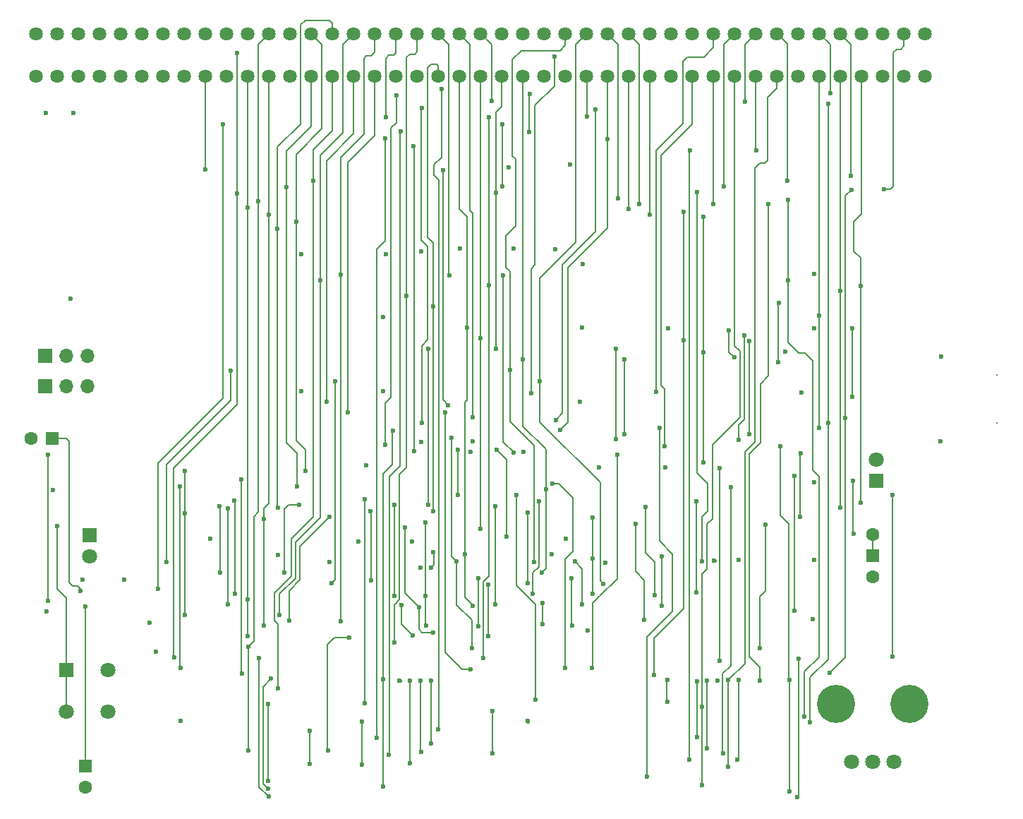
<source format=gbr>
%TF.GenerationSoftware,KiCad,Pcbnew,9.0.4*%
%TF.CreationDate,2025-10-05T19:10:15+02:00*%
%TF.ProjectId,DeMoN_2.0_PLCC,44654d6f-4e5f-4322-9e30-5f504c43432e,rev?*%
%TF.SameCoordinates,Original*%
%TF.FileFunction,Copper,L4,Bot*%
%TF.FilePolarity,Positive*%
%FSLAX46Y46*%
G04 Gerber Fmt 4.6, Leading zero omitted, Abs format (unit mm)*
G04 Created by KiCad (PCBNEW 9.0.4) date 2025-10-05 19:10:15*
%MOMM*%
%LPD*%
G01*
G04 APERTURE LIST*
%TA.AperFunction,ComponentPad*%
%ADD10R,1.500000X1.500000*%
%TD*%
%TA.AperFunction,ComponentPad*%
%ADD11C,1.600000*%
%TD*%
%TA.AperFunction,ComponentPad*%
%ADD12R,1.600000X1.600000*%
%TD*%
%TA.AperFunction,ComponentPad*%
%ADD13R,1.800000X1.800000*%
%TD*%
%TA.AperFunction,ComponentPad*%
%ADD14C,1.800000*%
%TD*%
%TA.AperFunction,ComponentPad*%
%ADD15R,1.700000X1.700000*%
%TD*%
%TA.AperFunction,ComponentPad*%
%ADD16O,1.700000X1.700000*%
%TD*%
%TA.AperFunction,ComponentPad*%
%ADD17C,1.635000*%
%TD*%
%TA.AperFunction,ComponentPad*%
%ADD18C,4.575000*%
%TD*%
%TA.AperFunction,ComponentPad*%
%ADD19C,0.325000*%
%TD*%
%TA.AperFunction,ViaPad*%
%ADD20C,0.600000*%
%TD*%
%TA.AperFunction,Conductor*%
%ADD21C,0.200000*%
%TD*%
%TA.AperFunction,Conductor*%
%ADD22C,0.400000*%
%TD*%
G04 APERTURE END LIST*
D10*
%TO.P,SW2,1,B*%
%TO.N,Net-(D2-K)*%
X188500000Y-101690000D03*
D11*
%TO.P,SW2,2,C*%
%TO.N,GND*%
X188500000Y-104230000D03*
%TO.P,SW2,3,A*%
%TO.N,Net-(D2-K)*%
X188500000Y-99150000D03*
%TD*%
D12*
%TO.P,C1,1*%
%TO.N,Net-(U2-DIS)*%
X94000000Y-126944888D03*
D11*
%TO.P,C1,2*%
%TO.N,GND*%
X94000000Y-129444888D03*
%TD*%
D13*
%TO.P,D3,1,K*%
%TO.N,GND*%
X94450000Y-99225000D03*
D14*
%TO.P,D3,2,A*%
%TO.N,Net-(D3-A)*%
X94450000Y-101765000D03*
%TD*%
D15*
%TO.P,JP2,1,A*%
%TO.N,Net-(JP2-A)*%
X89128400Y-81342200D03*
D16*
%TO.P,JP2,2,C*%
%TO.N,Net-(JP2-C)*%
X91668400Y-81342200D03*
%TO.P,JP2,3,B*%
%TO.N,+5V*%
X94208400Y-81342200D03*
%TD*%
D13*
%TO.P,SW1,1,1*%
%TO.N,Net-(U1-I{slash}O_22)*%
X91677500Y-115377500D03*
D14*
%TO.P,SW1,2,2*%
%TO.N,GND*%
X96677500Y-115377500D03*
%TO.P,SW1,3,3*%
%TO.N,Net-(U1-I{slash}O_22)*%
X91677500Y-120377500D03*
%TO.P,SW1,4,4*%
%TO.N,GND*%
X96677500Y-120377500D03*
%TD*%
D17*
%TO.P,CN1,1,1*%
%TO.N,GND*%
X88060000Y-44200000D03*
%TO.P,CN1,2,2*%
X88060000Y-39120000D03*
%TO.P,CN1,3,3*%
X90600000Y-44200000D03*
%TO.P,CN1,4,4*%
X90600000Y-39120000D03*
%TO.P,CN1,5,5*%
%TO.N,unconnected-(CN1-Pad5)*%
X93140000Y-44200000D03*
%TO.P,CN1,6,6*%
%TO.N,+5V*%
X93140000Y-39120000D03*
%TO.P,CN1,7,7*%
%TO.N,unconnected-(CN1-Pad7)*%
X95680000Y-44200000D03*
%TO.P,CN1,8,8*%
%TO.N,unconnected-(CN1-Pad8)*%
X95680000Y-39120000D03*
%TO.P,CN1,9,9*%
%TO.N,unconnected-(CN1-Pad9)*%
X98220000Y-44200000D03*
%TO.P,CN1,10,10*%
%TO.N,unconnected-(CN1-Pad10)*%
X98220000Y-39120000D03*
%TO.P,CN1,11,11*%
%TO.N,unconnected-(CN1-Pad11)*%
X100760000Y-44200000D03*
%TO.P,CN1,12,12*%
%TO.N,unconnected-(CN1-Pad12)*%
X100760000Y-39120000D03*
%TO.P,CN1,13,13*%
%TO.N,unconnected-(CN1-Pad13)*%
X103300000Y-44200000D03*
%TO.P,CN1,14,14*%
%TO.N,unconnected-(CN1-Pad14)*%
X103300000Y-39120000D03*
%TO.P,CN1,15,15*%
%TO.N,unconnected-(CN1-Pad15)*%
X105840000Y-44200000D03*
%TO.P,CN1,16,16*%
%TO.N,unconnected-(CN1-Pad16)*%
X105840000Y-39120000D03*
%TO.P,CN1,17,17*%
%TO.N,/~{OVR}*%
X108380000Y-44200000D03*
%TO.P,CN1,18,18*%
%TO.N,unconnected-(CN1-Pad18)*%
X108380000Y-39120000D03*
%TO.P,CN1,19,19*%
%TO.N,unconnected-(CN1-Pad19)*%
X110920000Y-44200000D03*
%TO.P,CN1,20,20*%
%TO.N,unconnected-(CN1-Pad20)*%
X110920000Y-39120000D03*
%TO.P,CN1,21,21*%
%TO.N,/A5*%
X113460000Y-44200000D03*
%TO.P,CN1,22,22*%
%TO.N,unconnected-(CN1-Pad22)*%
X113460000Y-39120000D03*
%TO.P,CN1,23,23*%
%TO.N,/A6*%
X116000000Y-44200000D03*
%TO.P,CN1,24,24*%
%TO.N,/A4*%
X116000000Y-39120000D03*
%TO.P,CN1,25,25*%
%TO.N,unconnected-(CN1-Pad25)*%
X118540000Y-44200000D03*
%TO.P,CN1,26,26*%
%TO.N,/A3*%
X118540000Y-39120000D03*
%TO.P,CN1,27,27*%
%TO.N,/A2*%
X121080000Y-44200000D03*
%TO.P,CN1,28,28*%
%TO.N,/A7*%
X121080000Y-39120000D03*
%TO.P,CN1,29,29*%
%TO.N,/A1*%
X123620000Y-44200000D03*
%TO.P,CN1,30,30*%
%TO.N,/A8*%
X123620000Y-39120000D03*
%TO.P,CN1,31,31*%
%TO.N,/~{FC0}*%
X126160000Y-44200000D03*
%TO.P,CN1,32,32*%
%TO.N,/A9*%
X126160000Y-39120000D03*
%TO.P,CN1,33,33*%
%TO.N,/~{FC1}*%
X128700000Y-44200000D03*
%TO.P,CN1,34,34*%
%TO.N,/A10*%
X128700000Y-39120000D03*
%TO.P,CN1,35,35*%
%TO.N,unconnected-(CN1-Pad35)*%
X131240000Y-44200000D03*
%TO.P,CN1,36,36*%
%TO.N,/A11*%
X131240000Y-39120000D03*
%TO.P,CN1,37,37*%
%TO.N,unconnected-(CN1-Pad37)*%
X133780000Y-44200000D03*
%TO.P,CN1,38,38*%
%TO.N,/A12*%
X133780000Y-39120000D03*
%TO.P,CN1,39,39*%
%TO.N,/A13*%
X136320000Y-44200000D03*
%TO.P,CN1,40,40*%
%TO.N,/~{IPL0}*%
X136320000Y-39120000D03*
%TO.P,CN1,41,41*%
%TO.N,/A14*%
X138860000Y-44200000D03*
%TO.P,CN1,42,42*%
%TO.N,/~{IPL1}*%
X138860000Y-39120000D03*
%TO.P,CN1,43,43*%
%TO.N,/A15*%
X141400000Y-44200000D03*
%TO.P,CN1,44,44*%
%TO.N,/~{IPL2}*%
X141400000Y-39120000D03*
%TO.P,CN1,45,45*%
%TO.N,/A16*%
X143940000Y-44200000D03*
%TO.P,CN1,46,46*%
%TO.N,unconnected-(CN1-Pad46)*%
X143940000Y-39120000D03*
%TO.P,CN1,47,47*%
%TO.N,/A17*%
X146480000Y-44200000D03*
%TO.P,CN1,48,48*%
%TO.N,unconnected-(CN1-Pad48)*%
X146480000Y-39120000D03*
%TO.P,CN1,49,49*%
%TO.N,unconnected-(CN1-Pad49)*%
X149020000Y-44200000D03*
%TO.P,CN1,50,50*%
%TO.N,unconnected-(CN1-Pad50)*%
X149020000Y-39120000D03*
%TO.P,CN1,51,51*%
%TO.N,unconnected-(CN1-Pad51)*%
X151560000Y-44200000D03*
%TO.P,CN1,52,52*%
%TO.N,/A18*%
X151560000Y-39120000D03*
%TO.P,CN1,53,53*%
%TO.N,/~{RST}*%
X154100000Y-44200000D03*
%TO.P,CN1,54,54*%
%TO.N,/A19*%
X154100000Y-39120000D03*
%TO.P,CN1,55,55*%
%TO.N,/~{HLT}*%
X156640000Y-44200000D03*
%TO.P,CN1,56,56*%
%TO.N,/A20*%
X156640000Y-39120000D03*
%TO.P,CN1,57,57*%
%TO.N,/A22*%
X159180000Y-44200000D03*
%TO.P,CN1,58,58*%
%TO.N,/A21*%
X159180000Y-39120000D03*
%TO.P,CN1,59,59*%
%TO.N,/A23*%
X161720000Y-44200000D03*
%TO.P,CN1,60,60*%
%TO.N,unconnected-(CN1-Pad60)*%
X161720000Y-39120000D03*
%TO.P,CN1,61,61*%
%TO.N,unconnected-(CN1-Pad61)*%
X164260000Y-44200000D03*
%TO.P,CN1,62,62*%
%TO.N,unconnected-(CN1-Pad62)*%
X164260000Y-39120000D03*
%TO.P,CN1,63,63*%
%TO.N,/D15*%
X166800000Y-44200000D03*
%TO.P,CN1,64,64*%
%TO.N,unconnected-(CN1-Pad64)*%
X166800000Y-39120000D03*
%TO.P,CN1,65,65*%
%TO.N,/D14*%
X169340000Y-44200000D03*
%TO.P,CN1,66,66*%
%TO.N,/~{DTACK}*%
X169340000Y-39120000D03*
%TO.P,CN1,67,67*%
%TO.N,/D13*%
X171880000Y-44200000D03*
%TO.P,CN1,68,68*%
%TO.N,/R_W*%
X171880000Y-39120000D03*
%TO.P,CN1,69,69*%
%TO.N,/D12*%
X174420000Y-44200000D03*
%TO.P,CN1,70,70*%
%TO.N,/~{LDS}*%
X174420000Y-39120000D03*
%TO.P,CN1,71,71*%
%TO.N,/D11*%
X176960000Y-44200000D03*
%TO.P,CN1,72,72*%
%TO.N,/~{UDS}*%
X176960000Y-39120000D03*
%TO.P,CN1,73,73*%
%TO.N,GND*%
X179500000Y-44200000D03*
%TO.P,CN1,74,74*%
%TO.N,/~{AS}*%
X179500000Y-39120000D03*
%TO.P,CN1,75,75*%
%TO.N,/D0*%
X182040000Y-44200000D03*
%TO.P,CN1,76,76*%
%TO.N,/D10*%
X182040000Y-39120000D03*
%TO.P,CN1,77,77*%
%TO.N,/D1*%
X184580000Y-44200000D03*
%TO.P,CN1,78,78*%
%TO.N,/D9*%
X184580000Y-39120000D03*
%TO.P,CN1,79,79*%
%TO.N,/D2*%
X187120000Y-44200000D03*
%TO.P,CN1,80,80*%
%TO.N,/D8*%
X187120000Y-39120000D03*
%TO.P,CN1,81,81*%
%TO.N,/D3*%
X189660000Y-44200000D03*
%TO.P,CN1,82,82*%
%TO.N,/D7*%
X189660000Y-39120000D03*
%TO.P,CN1,83,83*%
%TO.N,/D4*%
X192200000Y-44200000D03*
%TO.P,CN1,84,84*%
%TO.N,/D6*%
X192200000Y-39120000D03*
%TO.P,CN1,85,85*%
%TO.N,unconnected-(CN1-Pad85)*%
X194740000Y-44200000D03*
%TO.P,CN1,86,86*%
%TO.N,/D5*%
X194740000Y-39120000D03*
%TD*%
D12*
%TO.P,C2,1*%
%TO.N,Net-(D1-K)*%
X89950000Y-87650000D03*
D11*
%TO.P,C2,2*%
%TO.N,GND*%
X87450000Y-87650000D03*
%TD*%
D13*
%TO.P,D2,1,K*%
%TO.N,Net-(D2-K)*%
X188850000Y-92700000D03*
D14*
%TO.P,D2,2,A*%
%TO.N,Net-(D2-A)*%
X188850000Y-90160000D03*
%TD*%
%TO.P,VR1,1,CCW*%
%TO.N,+5V*%
X185958400Y-126442200D03*
%TO.P,VR1,2,WIPER*%
X188458400Y-126442200D03*
%TO.P,VR1,3,CW*%
%TO.N,Net-(U2-DIS)*%
X190958400Y-126442200D03*
D18*
%TO.P,VR1,MH1,MH1*%
%TO.N,GND*%
X184058400Y-119442200D03*
%TO.P,VR1,MH2,MH2*%
X192858400Y-119442200D03*
%TD*%
D15*
%TO.P,JP1,1,A*%
%TO.N,Net-(JP1-A)*%
X89168400Y-77692200D03*
D16*
%TO.P,JP1,2,C*%
%TO.N,Net-(JP1-C)*%
X91708400Y-77692200D03*
%TO.P,JP1,3,B*%
%TO.N,+5V*%
X94248400Y-77692200D03*
%TD*%
D19*
%TO.P,J1,MH1*%
%TO.N,N/C*%
X203397000Y-85777200D03*
%TO.P,J1,MH2*%
X203397000Y-79997200D03*
%TD*%
D20*
%TO.N,/A5*%
X161033400Y-109417200D03*
X113458400Y-111367200D03*
X159998400Y-97902200D03*
X113460000Y-106912200D03*
X113460000Y-59942200D03*
%TO.N,/A8*%
X143183400Y-107567200D03*
X162258400Y-106442200D03*
X161183400Y-95812200D03*
X123298400Y-97067200D03*
X117038400Y-62512200D03*
X117050000Y-95902200D03*
X143198400Y-95792200D03*
X111058400Y-95982200D03*
X118408400Y-109517200D03*
X111058400Y-107542200D03*
%TO.N,/~{IPL2}*%
X142700000Y-47150000D03*
X155218500Y-48152200D03*
X150473400Y-85397200D03*
%TO.N,/A15*%
X147083400Y-105017200D03*
X147083400Y-96502200D03*
X141383400Y-75632200D03*
X141398400Y-98502200D03*
%TO.N,/~{OVR}*%
X108378400Y-55412200D03*
X136878400Y-55472200D03*
X137488400Y-83622200D03*
%TO.N,GND*%
X144798400Y-55152200D03*
X119898400Y-82002200D03*
X149928400Y-101532200D03*
X119898400Y-65502200D03*
X169438400Y-102252200D03*
X196698400Y-77777200D03*
X163598400Y-91102200D03*
X129738400Y-73102200D03*
X105398400Y-121502200D03*
X127668400Y-90842200D03*
X131683400Y-116642200D03*
X140238400Y-89282200D03*
X181298400Y-109302200D03*
X181438400Y-74392200D03*
X145328400Y-64842200D03*
X163898400Y-74402200D03*
X89198400Y-48602200D03*
X181398400Y-67902200D03*
X108998400Y-99702200D03*
X153328400Y-83252200D03*
X147025600Y-121525000D03*
X153638400Y-66742200D03*
X169833400Y-116667200D03*
X92178400Y-70852200D03*
X93598400Y-104602200D03*
X102398400Y-113202200D03*
X179935900Y-82152200D03*
X196548400Y-87977200D03*
X146578400Y-89242200D03*
X134268400Y-65192200D03*
X126698400Y-100002200D03*
%TO.N,+5V*%
X153558400Y-74362200D03*
X133198400Y-100002200D03*
X155598400Y-91114700D03*
X98598400Y-104602200D03*
X181400000Y-92850000D03*
X129698400Y-82002200D03*
X140458400Y-87942200D03*
X138958400Y-64862200D03*
X151598400Y-99702200D03*
X177968400Y-77192200D03*
X134198400Y-103162200D03*
X89298400Y-108402200D03*
X134278400Y-88042200D03*
X129998400Y-65502200D03*
X181400000Y-102200000D03*
X150388400Y-64922200D03*
X123233400Y-102492200D03*
X172333400Y-102222200D03*
X90050000Y-93802200D03*
X117098400Y-101602200D03*
X156350000Y-102517200D03*
X152098400Y-54800000D03*
X101700000Y-109700000D03*
X92498400Y-48602200D03*
%TO.N,/~{OE}*%
X140358400Y-112742200D03*
X175558400Y-97980727D03*
X138518400Y-102382200D03*
X174883400Y-112787200D03*
X137948400Y-87562200D03*
%TO.N,/A1*%
X117108400Y-117617200D03*
X121298400Y-56742200D03*
%TO.N,/A16*%
X167978400Y-102342200D03*
X167348400Y-58112200D03*
X143268400Y-58182200D03*
X131058400Y-95602200D03*
X135150000Y-76902200D03*
X119598400Y-95602200D03*
X143268400Y-76912200D03*
X131048400Y-106512200D03*
X117858400Y-103745000D03*
X135150000Y-95602200D03*
%TO.N,/A9*%
X148868400Y-109912200D03*
X131898400Y-107612200D03*
X133233400Y-111267935D03*
X148868400Y-107352200D03*
X117295246Y-108817489D03*
X122198400Y-68702200D03*
%TO.N,Net-(U2-DIS)*%
X94000000Y-107800000D03*
%TO.N,/~{FC0}*%
X122918400Y-83222200D03*
%TO.N,/A17*%
X110136200Y-103745000D03*
X148728400Y-103745000D03*
X179025000Y-108307200D03*
X149228400Y-93692200D03*
X110083400Y-95792200D03*
X179025000Y-92092200D03*
X146480000Y-78152200D03*
%TO.N,/A18*%
X103691200Y-102475000D03*
X144938400Y-79452200D03*
X147800000Y-102467200D03*
X111378400Y-79482200D03*
%TO.N,Net-(D1-K)*%
X93400000Y-105900000D03*
%TO.N,/A19*%
X123508400Y-105015000D03*
X148518400Y-80752200D03*
X123978400Y-80772200D03*
X156128400Y-105052200D03*
%TO.N,/A10*%
X152275000Y-104392200D03*
X124608400Y-109597200D03*
X141108400Y-110192200D03*
X152358400Y-110092200D03*
X141158400Y-104392200D03*
X124598400Y-68012200D03*
%TO.N,/~{FC1}*%
X125498400Y-84522200D03*
%TO.N,/A11*%
X142400000Y-69282200D03*
X116000735Y-130599265D03*
X114826098Y-113928965D03*
X179440600Y-130634400D03*
X130000000Y-49100000D03*
X142400000Y-49100000D03*
X141733400Y-114007200D03*
X179558400Y-114092200D03*
%TO.N,/A12*%
X132500000Y-70552200D03*
X131058400Y-112135590D03*
%TO.N,/~{DTACK}*%
X162438400Y-82042200D03*
%TO.N,/~{IPL0}*%
X137658400Y-68112200D03*
X145348400Y-89292200D03*
X144118400Y-68102200D03*
%TO.N,/~{RST}*%
X134318400Y-47982200D03*
X134338400Y-85772200D03*
X154150000Y-49050000D03*
%TO.N,/A13*%
X111900000Y-106267200D03*
X135750000Y-71822200D03*
X167268400Y-95172200D03*
X148383400Y-95132200D03*
X147688400Y-106282200D03*
X111868400Y-95112200D03*
X135750000Y-96400000D03*
X128225000Y-104642200D03*
X167258400Y-106067200D03*
X128208400Y-96400000D03*
%TO.N,/A20*%
X157900000Y-58842200D03*
%TO.N,/~{IPL1}*%
X140458400Y-85102200D03*
%TO.N,/A14*%
X153608400Y-107542200D03*
X139548400Y-101542200D03*
X140433400Y-107667200D03*
X152698400Y-102402200D03*
X139800000Y-74372200D03*
%TO.N,/~{HLT}*%
X156650000Y-51700000D03*
X150983400Y-86657200D03*
%TO.N,Net-(U7-3V3OUT)*%
X171848400Y-77892200D03*
X171228400Y-74672200D03*
%TO.N,Net-(D1-A)*%
X89450000Y-107150000D03*
X89508400Y-89600000D03*
%TO.N,/A21*%
X160448400Y-59532200D03*
%TO.N,/A22*%
X159178400Y-60132200D03*
%TO.N,Net-(D2-K)*%
X186148400Y-99100000D03*
X179798400Y-89402200D03*
X179758400Y-97042200D03*
X186098400Y-92712200D03*
%TO.N,/A23*%
X161720000Y-60772200D03*
%TO.N,/D15*%
X178450000Y-129962200D03*
X178450000Y-116600600D03*
X177408400Y-88542200D03*
X116257800Y-116442200D03*
X163500600Y-88592200D03*
X115900000Y-129650000D03*
%TO.N,/A3*%
X112188400Y-41432200D03*
X104625300Y-113925300D03*
X112188400Y-58282200D03*
%TO.N,/A4*%
X154258400Y-110692200D03*
X142333400Y-105142200D03*
X123058400Y-125092200D03*
X142336362Y-111317200D03*
X114748400Y-59152200D03*
X113533400Y-125067200D03*
X125608400Y-111492200D03*
X113533400Y-112642200D03*
%TO.N,/A6*%
X115400000Y-110067200D03*
X132338400Y-98342200D03*
X135750000Y-110899128D03*
X115400000Y-97292200D03*
X116000000Y-60802200D03*
X134008400Y-107842200D03*
%TO.N,/A7*%
X105950000Y-91550000D03*
X163133400Y-101742200D03*
X134808400Y-106542200D03*
X105950000Y-96632200D03*
X105950000Y-108817200D03*
X119248400Y-61612200D03*
X120398400Y-91550000D03*
X134808400Y-97742200D03*
X163150000Y-107707200D03*
X134833400Y-110042200D03*
%TO.N,/A2*%
X105350000Y-93417200D03*
X151548400Y-115162200D03*
X105407800Y-115167200D03*
X119358400Y-93417200D03*
X150008400Y-93052200D03*
X118098400Y-57502200D03*
%TO.N,/D14*%
X175968400Y-59562200D03*
X169340000Y-59560000D03*
X174908400Y-116692200D03*
%TO.N,/R_W*%
X102683400Y-105667200D03*
X135458400Y-103117200D03*
X110448400Y-49952200D03*
X143298400Y-88982200D03*
X144038400Y-57442200D03*
X144000000Y-49950000D03*
X154875000Y-102062200D03*
X135750000Y-101292200D03*
X144508400Y-99372200D03*
X154875000Y-97102200D03*
X170600000Y-57422200D03*
X154858400Y-106267200D03*
%TO.N,/D13*%
X115900000Y-119450000D03*
X167958400Y-119842200D03*
X115910000Y-128660000D03*
X167938400Y-129182200D03*
%TO.N,/~{LDS}*%
X173150000Y-47262200D03*
X131278400Y-46462200D03*
X129978400Y-88432200D03*
%TO.N,/D12*%
X172208400Y-126167200D03*
X127200000Y-126792200D03*
X166450000Y-126150000D03*
X166550000Y-53100000D03*
X172383400Y-116617200D03*
X174450000Y-53100000D03*
X127200000Y-121550000D03*
%TO.N,/~{UDS}*%
X133398400Y-89182200D03*
X178200000Y-56742200D03*
X133368400Y-52572200D03*
%TO.N,/D11*%
X171108400Y-126967200D03*
X120858400Y-126642200D03*
X171108400Y-116592200D03*
X120858400Y-122667200D03*
%TO.N,/~{AS}*%
X147468400Y-82212200D03*
X150258400Y-41822200D03*
%TO.N,/D3*%
X183138400Y-47472200D03*
X180958400Y-121650000D03*
X132933400Y-126592200D03*
X183100000Y-85742200D03*
X132933400Y-116717200D03*
%TO.N,/D10*%
X131778400Y-50842200D03*
X147248400Y-50932200D03*
X147348100Y-46301900D03*
X168583400Y-124767200D03*
X130408400Y-125592200D03*
X168583400Y-116692200D03*
X183400000Y-46200000D03*
%TO.N,/D8*%
X163808400Y-119217200D03*
X136333400Y-122542200D03*
X136733400Y-45717200D03*
X163783400Y-116592200D03*
%TO.N,/D0*%
X129698400Y-129382200D03*
X162848400Y-86342200D03*
X129683400Y-116542200D03*
X182040000Y-72892200D03*
X161378400Y-128202200D03*
X130848400Y-86742200D03*
X182050000Y-86350000D03*
%TO.N,/D4*%
X134233400Y-125192200D03*
X178300000Y-59050000D03*
X180275000Y-121000000D03*
X134208400Y-116717200D03*
X178300000Y-68702200D03*
%TO.N,/D9*%
X128958400Y-123542200D03*
X167358400Y-116767200D03*
X129948400Y-51642200D03*
X167358400Y-123442200D03*
X185850000Y-56132200D03*
%TO.N,/D2*%
X170483400Y-125392200D03*
X187000000Y-95375000D03*
X142783400Y-125392200D03*
X187000000Y-69342200D03*
X142783400Y-120292200D03*
X171450000Y-93475000D03*
%TO.N,/D7*%
X165798400Y-75884700D03*
X162228400Y-115967200D03*
X165798400Y-60432200D03*
%TO.N,/D6*%
X185180000Y-85152200D03*
X189800000Y-57750000D03*
X185900000Y-57800000D03*
X183333400Y-115717200D03*
%TO.N,/D1*%
X138698400Y-89002200D03*
X184550000Y-69942200D03*
X127498400Y-94902200D03*
X147958400Y-118992200D03*
X127505056Y-119402200D03*
X145683400Y-94417200D03*
X184550000Y-95942200D03*
X138698400Y-94402200D03*
%TO.N,/D5*%
X190848400Y-113832200D03*
X168098400Y-61092200D03*
X168178400Y-90492200D03*
X135458400Y-124192200D03*
X135458400Y-116717200D03*
X168098400Y-77284700D03*
X190848400Y-94372200D03*
%TO.N,Net-(U7-USBDM)*%
X177128400Y-78502200D03*
X177158400Y-71392200D03*
%TO.N,Net-(U1-I{slash}O_35)*%
X140183400Y-115292200D03*
X137150000Y-84473800D03*
%TO.N,Net-(U1-I{slash}O_37)*%
X154783400Y-115167200D03*
X157768400Y-89602200D03*
%TO.N,Net-(U1-I{slash}O_36)*%
X170050000Y-91172200D03*
X170050000Y-114302200D03*
%TO.N,/DN*%
X185988400Y-74392200D03*
X185988400Y-82652200D03*
%TO.N,/FT_TXE*%
X173668400Y-87102200D03*
X158638400Y-78172200D03*
X173681000Y-75952200D03*
X158638400Y-87112200D03*
%TO.N,/FT_RXF*%
X172378400Y-87772200D03*
X157598400Y-76902200D03*
X173078400Y-75314700D03*
X157598400Y-87732200D03*
%TO.N,Net-(U1-I{slash}O_22)*%
X90600000Y-98100000D03*
%TO.N,Net-(U1-I{slash}O_23)*%
X112700000Y-92542200D03*
X112758400Y-115792200D03*
%TD*%
D21*
%TO.N,/A5*%
X113460000Y-59942200D02*
X113460000Y-44200000D01*
X161058400Y-104617200D02*
X161058400Y-109292200D01*
X161033400Y-109417200D02*
X161058400Y-109392200D01*
X113458400Y-111212200D02*
X113460000Y-111210600D01*
X161058400Y-109392200D02*
X161058400Y-109292200D01*
X113458400Y-111367200D02*
X113458400Y-111212200D01*
X161058400Y-109292200D02*
X161058400Y-109092200D01*
X113460000Y-106912200D02*
X113460000Y-59942200D01*
X113460000Y-111210600D02*
X113460000Y-106912200D01*
X159998400Y-103557200D02*
X161058400Y-104617200D01*
X159998400Y-97902200D02*
X159998400Y-103557200D01*
%TO.N,/A8*%
X117038400Y-62512200D02*
X117038400Y-95890600D01*
X111050000Y-95990600D02*
X111050000Y-107533800D01*
X162260000Y-106440600D02*
X162258400Y-106442200D01*
X118408400Y-105892200D02*
X118408400Y-109517200D01*
X119808400Y-49942200D02*
X119808400Y-38041600D01*
X143198400Y-95792200D02*
X143183400Y-95807200D01*
X111058400Y-95982200D02*
X111050000Y-95990600D01*
X123620000Y-37820000D02*
X123620000Y-39120000D01*
X162260000Y-102433800D02*
X162260000Y-106440600D01*
X123298400Y-97067200D02*
X119733400Y-100632200D01*
X117038400Y-95890600D02*
X117050000Y-95902200D01*
X119808400Y-38041600D02*
X120350000Y-37500000D01*
X117038400Y-52712200D02*
X119808400Y-49942200D01*
X161183400Y-95812200D02*
X161183400Y-101357200D01*
X117038400Y-62512200D02*
X117038400Y-52712200D01*
X161183400Y-101357200D02*
X162260000Y-102433800D01*
X119733400Y-104567200D02*
X118408400Y-105892200D01*
X123300000Y-37500000D02*
X123620000Y-37820000D01*
X111050000Y-107533800D02*
X111058400Y-107542200D01*
X120350000Y-37500000D02*
X123300000Y-37500000D01*
X143183400Y-95807200D02*
X143183400Y-107567200D01*
X119733400Y-100632200D02*
X119733400Y-104567200D01*
%TO.N,/~{IPL2}*%
X142700000Y-47150000D02*
X142700000Y-40420000D01*
X142700000Y-40420000D02*
X141400000Y-39120000D01*
X151238400Y-66802200D02*
X155218500Y-62822100D01*
X151238400Y-84632200D02*
X151238400Y-66802200D01*
X150473400Y-85397200D02*
X151238400Y-84632200D01*
X155218500Y-62822100D02*
X155218500Y-48152200D01*
%TO.N,/A15*%
X141383400Y-75632200D02*
X141383400Y-44216600D01*
X141398400Y-98502200D02*
X141383400Y-98487200D01*
X141383400Y-98487200D02*
X141383400Y-75632200D01*
X141383400Y-44216600D02*
X141400000Y-44200000D01*
X147083400Y-96502200D02*
X147083400Y-105017200D01*
%TO.N,/~{OVR}*%
X108378400Y-55412200D02*
X108378400Y-50685400D01*
X136878400Y-55472200D02*
X136878400Y-59412200D01*
X136878400Y-83012200D02*
X137488400Y-83622200D01*
X136878400Y-59412200D02*
X136878400Y-83012200D01*
X108378400Y-50685400D02*
X108380000Y-50683800D01*
X108380000Y-50683800D02*
X108380000Y-44200000D01*
D22*
%TO.N,GND*%
X131683400Y-116642200D02*
X131695165Y-116653965D01*
X147025600Y-121525000D02*
X147058400Y-121557800D01*
X169438400Y-102252200D02*
X169458400Y-102272200D01*
%TO.N,+5V*%
X188550000Y-126350600D02*
X188458400Y-126442200D01*
D21*
%TO.N,/~{OE}*%
X175558400Y-105902200D02*
X174883400Y-106577200D01*
X138518400Y-102382200D02*
X138518400Y-107577200D01*
X174883400Y-106577200D02*
X174883400Y-112787200D01*
X137948400Y-87562200D02*
X137948400Y-101812200D01*
X138518400Y-107577200D02*
X140358400Y-109417200D01*
X140358400Y-109417200D02*
X140358400Y-112742200D01*
X137948400Y-101812200D02*
X138518400Y-102382200D01*
X175558400Y-97980727D02*
X175558400Y-105902200D01*
%TO.N,/A1*%
X121298400Y-56742200D02*
X121298400Y-53042200D01*
X117125000Y-109900000D02*
X117125000Y-117600600D01*
X123620000Y-50720600D02*
X123620000Y-44200000D01*
X121298400Y-53042200D02*
X123620000Y-50720600D01*
X116675000Y-109450000D02*
X117125000Y-109900000D01*
X117125000Y-117600600D02*
X117108400Y-117617200D01*
X121298400Y-56742200D02*
X121298400Y-97077200D01*
X121298400Y-97077200D02*
X118733400Y-99642200D01*
X116675000Y-106175600D02*
X116675000Y-109450000D01*
X118733400Y-99642200D02*
X118733400Y-104117200D01*
X118733400Y-104117200D02*
X116675000Y-106175600D01*
%TO.N,/A16*%
X135150000Y-95602200D02*
X135150000Y-76902200D01*
X131058400Y-95602200D02*
X131058400Y-106502200D01*
X167978400Y-97012200D02*
X167978400Y-102342200D01*
X167350000Y-59463800D02*
X167350000Y-91783800D01*
X118383400Y-95602200D02*
X117858400Y-96127200D01*
X168608400Y-96382200D02*
X167978400Y-97012200D01*
X143950000Y-47850000D02*
X143940000Y-47840000D01*
X167350000Y-91783800D02*
X168608400Y-93042200D01*
X168608400Y-93042200D02*
X168608400Y-96382200D01*
X167348400Y-59462200D02*
X167350000Y-59463800D01*
X143268400Y-58182200D02*
X143268400Y-76912200D01*
X143940000Y-47840000D02*
X143940000Y-44200000D01*
X131058400Y-106502200D02*
X131048400Y-106512200D01*
X143268400Y-58182200D02*
X143250000Y-58163800D01*
X117858400Y-96127200D02*
X117858400Y-103745000D01*
X167348400Y-58112200D02*
X167348400Y-59462200D01*
X143250000Y-48550000D02*
X143950000Y-47850000D01*
X143250000Y-58163800D02*
X143250000Y-48550000D01*
X119598400Y-95602200D02*
X118383400Y-95602200D01*
%TO.N,/A9*%
X117275000Y-108797243D02*
X117295246Y-108817489D01*
X119208400Y-104367200D02*
X117275000Y-106300600D01*
X133233400Y-111267935D02*
X133258400Y-111242935D01*
X124898400Y-50962200D02*
X124898400Y-40381600D01*
X122198400Y-68702200D02*
X122198400Y-97127200D01*
X119208400Y-100117200D02*
X119208400Y-104367200D01*
X117275000Y-106300600D02*
X117275000Y-108797243D01*
X124898400Y-40381600D02*
X126160000Y-39120000D01*
X122198400Y-68702200D02*
X122198400Y-53662200D01*
X148868400Y-107352200D02*
X148868400Y-109912200D01*
X131898400Y-109932935D02*
X133233400Y-111267935D01*
X122198400Y-53662200D02*
X124898400Y-50962200D01*
X122198400Y-97127200D02*
X119208400Y-100117200D01*
X131898400Y-107612200D02*
X131898400Y-109932935D01*
%TO.N,Net-(U2-DIS)*%
X94000000Y-107800000D02*
X94000000Y-127044888D01*
%TO.N,/~{FC0}*%
X122918400Y-54322200D02*
X126158400Y-51082200D01*
X126158400Y-51082200D02*
X126158400Y-44201600D01*
X126158400Y-44201600D02*
X126160000Y-44200000D01*
X126160000Y-44200000D02*
X125700000Y-44660000D01*
X122918400Y-83222200D02*
X122918400Y-54322200D01*
%TO.N,/A17*%
X110108400Y-95817200D02*
X110108400Y-103717200D01*
X110108400Y-103717200D02*
X110136200Y-103745000D01*
X146480000Y-44200000D02*
X146480000Y-78152200D01*
X149228400Y-103245000D02*
X149228400Y-93692200D01*
X148728400Y-103745000D02*
X149228400Y-103245000D01*
X146480000Y-78152200D02*
X146480000Y-86173800D01*
X110083400Y-95792200D02*
X110108400Y-95817200D01*
X179025000Y-108307200D02*
X179025000Y-92092200D01*
X149228400Y-88922200D02*
X149228400Y-93692200D01*
X146480000Y-86173800D02*
X149228400Y-88922200D01*
%TO.N,/A18*%
X147783400Y-88457200D02*
X147783400Y-102450600D01*
X145198400Y-42202200D02*
X146278400Y-41122200D01*
X151560000Y-40520600D02*
X151560000Y-39120000D01*
X103683400Y-102467200D02*
X103691200Y-102475000D01*
X144448400Y-63302200D02*
X145578400Y-62172200D01*
X111398400Y-83092200D02*
X103691200Y-90799400D01*
X145578400Y-62172200D02*
X145578400Y-55482200D01*
X111378400Y-79482200D02*
X111378400Y-79622200D01*
X144938400Y-79452200D02*
X144938400Y-67602200D01*
X150958400Y-41122200D02*
X151560000Y-40520600D01*
X103691200Y-102475000D02*
X103683400Y-102482800D01*
X103691200Y-90799400D02*
X103691200Y-102475000D01*
X144938400Y-85612200D02*
X147783400Y-88457200D01*
X144938400Y-67602200D02*
X144448400Y-67112200D01*
X145198400Y-53772200D02*
X145198400Y-42202200D01*
X144448400Y-67112200D02*
X144448400Y-63302200D01*
X145578400Y-55482200D02*
X145578400Y-54152200D01*
X145578400Y-54152200D02*
X145198400Y-53772200D01*
X111378400Y-79622200D02*
X111398400Y-79642200D01*
X147783400Y-102450600D02*
X147800000Y-102467200D01*
X146278400Y-41122200D02*
X150958400Y-41122200D01*
X144938400Y-79452200D02*
X144938400Y-85612200D01*
X111398400Y-79642200D02*
X111398400Y-83092200D01*
%TO.N,Net-(D1-K)*%
X92450000Y-105350000D02*
X92000000Y-104900000D01*
X93050000Y-105350000D02*
X92450000Y-105350000D01*
X93400000Y-105700000D02*
X93050000Y-105350000D01*
X93400000Y-105900000D02*
X93400000Y-105700000D01*
X92000000Y-104900000D02*
X92000000Y-87950000D01*
X92000000Y-87950000D02*
X91700000Y-87650000D01*
X91700000Y-87650000D02*
X89950000Y-87650000D01*
%TO.N,/A19*%
X123983400Y-90567200D02*
X123983400Y-104540000D01*
X148518400Y-80752200D02*
X148518400Y-85652200D01*
X148498400Y-80732200D02*
X148498400Y-68392200D01*
X155749000Y-104672800D02*
X156128400Y-105052200D01*
X148518400Y-80752200D02*
X148498400Y-80732200D01*
X148498400Y-68392200D02*
X152818400Y-64072200D01*
X123978400Y-90562200D02*
X123983400Y-90567200D01*
X123978400Y-80772200D02*
X123978400Y-90562200D01*
X155749000Y-92882800D02*
X155749000Y-104672800D01*
X123983400Y-104540000D02*
X123508400Y-105015000D01*
X148518400Y-85652200D02*
X155749000Y-92882800D01*
X152818400Y-40401600D02*
X154100000Y-39120000D01*
X152818400Y-64072200D02*
X152818400Y-40401600D01*
%TO.N,/A10*%
X152275000Y-110008800D02*
X152358400Y-110092200D01*
X128300000Y-41750000D02*
X128700000Y-41350000D01*
X127400000Y-51150600D02*
X127400000Y-42050000D01*
X141108400Y-104442200D02*
X141108400Y-110192200D01*
X124598400Y-68112200D02*
X124608400Y-68122200D01*
X124598400Y-68012200D02*
X124598400Y-53952200D01*
X128700000Y-41350000D02*
X128700000Y-39120000D01*
X124598400Y-68012200D02*
X124598400Y-68112200D01*
X124608400Y-68122200D02*
X124608400Y-109597200D01*
X124598400Y-53952200D02*
X127400000Y-51150600D01*
X127400000Y-42050000D02*
X127700000Y-41750000D01*
X127700000Y-41750000D02*
X128300000Y-41750000D01*
X141158400Y-104392200D02*
X141108400Y-104442200D01*
X152275000Y-104392200D02*
X152275000Y-110008800D01*
%TO.N,/~{FC1}*%
X128700000Y-51290600D02*
X128700000Y-44200000D01*
X125488400Y-84512200D02*
X125488400Y-54502200D01*
X125498400Y-84522200D02*
X125488400Y-84512200D01*
X125488400Y-54502200D02*
X128700000Y-51290600D01*
%TO.N,/A11*%
X114826098Y-113928965D02*
X114825000Y-113930063D01*
X179550000Y-130525000D02*
X179550000Y-114100600D01*
X179550000Y-114100600D02*
X179558400Y-114092200D01*
X179440600Y-130634400D02*
X179550000Y-130525000D01*
X141733400Y-114007200D02*
X141733400Y-104792200D01*
X131240000Y-39120000D02*
X131240000Y-41410000D01*
X130950000Y-41700000D02*
X130362500Y-41700000D01*
X131240000Y-41410000D02*
X130950000Y-41700000D01*
X130000000Y-42062500D02*
X130000000Y-49100000D01*
X142400000Y-104125600D02*
X142400000Y-69282200D01*
X114825000Y-129423530D02*
X116000735Y-130599265D01*
X114825000Y-113930063D02*
X114825000Y-129423530D01*
X142400000Y-69282200D02*
X142400000Y-49100000D01*
X141733400Y-104792200D02*
X142400000Y-104125600D01*
X130362500Y-41700000D02*
X130000000Y-42062500D01*
%TO.N,/A12*%
X133800000Y-41250000D02*
X133780000Y-41230000D01*
X132900000Y-41550000D02*
X133500000Y-41550000D01*
X131678400Y-91942200D02*
X132500000Y-91120600D01*
X132500000Y-70552200D02*
X132500000Y-41950000D01*
X132500000Y-91120600D02*
X132500000Y-70552200D01*
X131058400Y-107592200D02*
X131678400Y-106972200D01*
X133500000Y-41550000D02*
X133800000Y-41250000D01*
X132500000Y-41950000D02*
X132900000Y-41550000D01*
X131678400Y-106972200D02*
X131678400Y-91942200D01*
X133780000Y-41230000D02*
X133780000Y-39120000D01*
X131058400Y-112135590D02*
X131058400Y-107592200D01*
%TO.N,/~{DTACK}*%
X166158400Y-41912200D02*
X168188400Y-41912200D01*
X162458400Y-81862200D02*
X162458400Y-53062200D01*
X165681500Y-49839100D02*
X165681500Y-42389100D01*
X168188400Y-41912200D02*
X169340000Y-40760600D01*
X162438400Y-82042200D02*
X162438400Y-81882200D01*
X162458400Y-53062200D02*
X165681500Y-49839100D01*
X165681500Y-42389100D02*
X166158400Y-41912200D01*
X169340000Y-40760600D02*
X169340000Y-39120000D01*
X162438400Y-81882200D02*
X162458400Y-81862200D01*
%TO.N,/~{IPL0}*%
X145348400Y-89292200D02*
X145328400Y-89272200D01*
X145328400Y-89262200D02*
X144118400Y-88052200D01*
X144118400Y-88052200D02*
X144118400Y-68102200D01*
X137600000Y-40400000D02*
X136320000Y-39120000D01*
X145328400Y-89272200D02*
X145328400Y-89262200D01*
X137658400Y-68112200D02*
X137600000Y-68053800D01*
X137600000Y-68053800D02*
X137600000Y-40400000D01*
%TO.N,/~{RST}*%
X134288400Y-48050200D02*
X134288400Y-63872200D01*
X154150000Y-49050000D02*
X154150000Y-44250000D01*
X134288400Y-63872200D02*
X135058400Y-64642200D01*
X134338400Y-76512200D02*
X134338400Y-85772200D01*
X135058400Y-75792200D02*
X134338400Y-76512200D01*
X134318400Y-47982200D02*
X134220400Y-47982200D01*
X135058400Y-64642200D02*
X135058400Y-75792200D01*
X134220400Y-47982200D02*
X134288400Y-48050200D01*
%TO.N,/A13*%
X135750000Y-64200000D02*
X135050000Y-63500000D01*
X136320000Y-42970000D02*
X136320000Y-44200000D01*
X148400000Y-103010600D02*
X148400000Y-95148800D01*
X135750000Y-71822200D02*
X135750000Y-64200000D01*
X136100000Y-42750000D02*
X136320000Y-42970000D01*
X135050000Y-63500000D02*
X135050000Y-43200000D01*
X135750000Y-96400000D02*
X135750000Y-71822200D01*
X148400000Y-95148800D02*
X148383400Y-95132200D01*
X167268400Y-95172200D02*
X167258400Y-95182200D01*
X147683400Y-106277200D02*
X147683400Y-103727200D01*
X147668400Y-106292200D02*
X147683400Y-106277200D01*
X135050000Y-43200000D02*
X135500000Y-42750000D01*
X135500000Y-42750000D02*
X136100000Y-42750000D01*
X111868400Y-95112200D02*
X111900000Y-95143800D01*
X128225000Y-104642200D02*
X128225000Y-96416600D01*
X167258400Y-95182200D02*
X167258400Y-106067200D01*
X147683400Y-103727200D02*
X148400000Y-103010600D01*
X111900000Y-95143800D02*
X111900000Y-106267200D01*
X128225000Y-96416600D02*
X128208400Y-96400000D01*
%TO.N,/A20*%
X157900000Y-40380000D02*
X156640000Y-39120000D01*
X157900000Y-58842200D02*
X157900000Y-40380000D01*
%TO.N,/~{IPL1}*%
X140458400Y-60662200D02*
X140458400Y-85102200D01*
X140100000Y-60303800D02*
X140458400Y-60662200D01*
X140100000Y-40360000D02*
X140100000Y-60303800D01*
X138860000Y-39120000D02*
X140100000Y-40360000D01*
%TO.N,/A14*%
X138860000Y-60102200D02*
X138860000Y-44200000D01*
X140433400Y-107592200D02*
X140433400Y-107667200D01*
X139800000Y-74372200D02*
X139800000Y-61042200D01*
X152698400Y-102402200D02*
X153608400Y-103312200D01*
X139548400Y-101542200D02*
X139548400Y-83276600D01*
X139548400Y-106707200D02*
X140433400Y-107592200D01*
X139800000Y-61042200D02*
X138860000Y-60102200D01*
X139548400Y-101542200D02*
X139548400Y-106707200D01*
X139548400Y-83276600D02*
X139800000Y-83025000D01*
X153608400Y-103312200D02*
X153608400Y-107542200D01*
X139800000Y-83025000D02*
X139800000Y-74372200D01*
%TO.N,/~{HLT}*%
X151908400Y-67122200D02*
X156650000Y-62380600D01*
X150983400Y-86657200D02*
X151908400Y-85732200D01*
X151908400Y-85732200D02*
X151908400Y-67122200D01*
X156650000Y-51700000D02*
X156640000Y-51690000D01*
X156640000Y-51690000D02*
X156640000Y-44200000D01*
X156650000Y-62380600D02*
X156650000Y-51700000D01*
%TO.N,Net-(U7-3V3OUT)*%
X171228400Y-75462200D02*
X171228400Y-77272200D01*
X171228400Y-77272200D02*
X171848400Y-77892200D01*
X171228400Y-74672200D02*
X171228400Y-75462200D01*
%TO.N,Net-(D1-A)*%
X89450000Y-89658400D02*
X89450000Y-107150000D01*
X89508400Y-89600000D02*
X89450000Y-89658400D01*
%TO.N,/A21*%
X160450000Y-40390000D02*
X159180000Y-39120000D01*
X160448400Y-54351600D02*
X160450000Y-54350000D01*
X160450000Y-54350000D02*
X160450000Y-40390000D01*
X160448400Y-59532200D02*
X160448400Y-54351600D01*
%TO.N,/A22*%
X159180000Y-60030600D02*
X159180000Y-44200000D01*
X159178400Y-60032200D02*
X159180000Y-60030600D01*
X159178400Y-60132200D02*
X159178400Y-60032200D01*
%TO.N,Net-(D2-K)*%
X179775000Y-97025600D02*
X179758400Y-97042200D01*
X186108400Y-92790000D02*
X186108400Y-99060000D01*
X179798400Y-89402200D02*
X179775000Y-89425600D01*
X188500000Y-99150000D02*
X188500000Y-101690000D01*
X186098400Y-92712200D02*
X186098400Y-92780000D01*
X179775000Y-89425600D02*
X179775000Y-97025600D01*
X186098400Y-92780000D02*
X186108400Y-92790000D01*
X186108400Y-99060000D02*
X186148400Y-99100000D01*
%TO.N,/A23*%
X161720000Y-60772200D02*
X161720000Y-44200000D01*
%TO.N,/D15*%
X177408400Y-96842200D02*
X177408400Y-88542200D01*
X163048400Y-81252200D02*
X163048400Y-53701600D01*
X115275000Y-117425000D02*
X115275000Y-129025000D01*
X115275000Y-129025000D02*
X115900000Y-129650000D01*
X163500600Y-88592200D02*
X163500600Y-81704400D01*
X163500600Y-81704400D02*
X163048400Y-81252200D01*
X116257800Y-116442200D02*
X115275000Y-117425000D01*
X178408400Y-97842200D02*
X177408400Y-96842200D01*
X178425000Y-97858800D02*
X178408400Y-97842200D01*
X163048400Y-53701600D02*
X166800000Y-49950000D01*
X178450000Y-116600600D02*
X178425000Y-116575600D01*
X178425000Y-116575600D02*
X178425000Y-97858800D01*
X166800000Y-49950000D02*
X166800000Y-44200000D01*
X178450000Y-129962200D02*
X178450000Y-116600600D01*
%TO.N,/A3*%
X104550000Y-113850000D02*
X104625300Y-113925300D01*
X112188400Y-58282200D02*
X112198400Y-58292200D01*
X112188400Y-58287200D02*
X112188400Y-58282200D01*
X104550000Y-91230600D02*
X104550000Y-113850000D01*
X112198400Y-83582200D02*
X104550000Y-91230600D01*
X112188400Y-58282200D02*
X112188400Y-41432200D01*
X112198400Y-58292200D02*
X112198400Y-83582200D01*
%TO.N,/A4*%
X114200000Y-111600543D02*
X114200000Y-111975600D01*
X114200000Y-111100657D02*
X114201000Y-111101657D01*
X114201000Y-111101657D02*
X114201000Y-111599543D01*
X114700000Y-59103800D02*
X114700000Y-40420000D01*
X154250000Y-110683800D02*
X154258400Y-110692200D01*
X142336362Y-111317200D02*
X142336362Y-106464238D01*
X114201000Y-111599543D02*
X114200000Y-111600543D01*
X113533400Y-125067200D02*
X113533400Y-112642200D01*
X114700000Y-40420000D02*
X116000000Y-39120000D01*
X125608400Y-111492200D02*
X125583400Y-111492200D01*
X123050000Y-112330000D02*
X123887800Y-111492200D01*
X114748400Y-96452200D02*
X114200000Y-97000600D01*
X114748400Y-59152200D02*
X114748400Y-96452200D01*
X123050000Y-125083800D02*
X123050000Y-112330000D01*
X114200000Y-111975600D02*
X113533400Y-112642200D01*
X123058400Y-125092200D02*
X123050000Y-125083800D01*
X123887800Y-111492200D02*
X125608400Y-111492200D01*
X114748400Y-59152200D02*
X114700000Y-59103800D01*
X142336362Y-106464238D02*
X142333400Y-106461276D01*
X142333400Y-106461276D02*
X142333400Y-105142200D01*
X114200000Y-97000600D02*
X114200000Y-111100657D01*
%TO.N,/A6*%
X134008400Y-110517200D02*
X134390328Y-110899128D01*
X115400000Y-97292200D02*
X115400000Y-110067200D01*
X134390328Y-110899128D02*
X135750000Y-110899128D01*
X134008400Y-107842200D02*
X134008400Y-110517200D01*
X132338400Y-106172200D02*
X134008400Y-107842200D01*
X116000000Y-60802200D02*
X116000000Y-44200000D01*
X132338400Y-98342200D02*
X132338400Y-106172200D01*
X116000000Y-95440600D02*
X116000000Y-60802200D01*
X115400000Y-96040600D02*
X116000000Y-95440600D01*
X115400000Y-97292200D02*
X115400000Y-96040600D01*
%TO.N,/A7*%
X134833400Y-110042200D02*
X134808400Y-110017200D01*
X163150000Y-107707200D02*
X163140000Y-107697200D01*
X163140000Y-101748800D02*
X163133400Y-101742200D01*
X105950000Y-96632200D02*
X105950000Y-108817200D01*
X122350000Y-40390000D02*
X121080000Y-39120000D01*
X119248400Y-61612200D02*
X119248400Y-53572200D01*
X134808400Y-110017200D02*
X134808400Y-106542200D01*
X105950000Y-96632200D02*
X105950000Y-91550000D01*
X163140000Y-107697200D02*
X163140000Y-101748800D01*
X120398400Y-91550000D02*
X120398400Y-89024000D01*
X119248400Y-87874000D02*
X119248400Y-61612200D01*
X119248400Y-53572200D02*
X122350000Y-50470600D01*
X134808400Y-97742200D02*
X134808400Y-106542200D01*
X163133400Y-101742200D02*
X163140000Y-101735600D01*
X120398400Y-89024000D02*
X119248400Y-87874000D01*
X122350000Y-50470600D02*
X122350000Y-40390000D01*
%TO.N,/A2*%
X118098400Y-53162200D02*
X121080000Y-50180600D01*
X105350000Y-93417200D02*
X105350000Y-115109400D01*
X150008400Y-93052200D02*
X150768400Y-93052200D01*
X151558400Y-115182200D02*
X151548400Y-115192200D01*
X118098400Y-57502200D02*
X118118400Y-57522200D01*
X105350000Y-115109400D02*
X105407800Y-115167200D01*
X119375000Y-89408800D02*
X119375000Y-93400600D01*
X118118400Y-57522200D02*
X118118400Y-88152200D01*
X119375000Y-93400600D02*
X119358400Y-93417200D01*
X118118400Y-88152200D02*
X119375000Y-89408800D01*
X121080000Y-50180600D02*
X121080000Y-44200000D01*
X150768400Y-93052200D02*
X152500000Y-94783800D01*
X151558400Y-102142200D02*
X151558400Y-115182200D01*
X118098400Y-57502200D02*
X118098400Y-53162200D01*
X152500000Y-101200600D02*
X151558400Y-102142200D01*
X152500000Y-94783800D02*
X152500000Y-101200600D01*
%TO.N,/D14*%
X174908400Y-115067200D02*
X174908400Y-116692200D01*
X169340000Y-59560000D02*
X169340000Y-44200000D01*
X175968400Y-59562200D02*
X175968400Y-80107200D01*
X174998400Y-88152200D02*
X173683400Y-89467200D01*
X173683400Y-113842200D02*
X174908400Y-115067200D01*
X173683400Y-89467200D02*
X173683400Y-113842200D01*
X174998400Y-81077200D02*
X174998400Y-88152200D01*
X175968400Y-80107200D02*
X174998400Y-81077200D01*
%TO.N,/R_W*%
X154875000Y-106250600D02*
X154858400Y-106267200D01*
X170600000Y-40400000D02*
X171880000Y-39120000D01*
X110448400Y-49952200D02*
X110448400Y-82842200D01*
X143298400Y-88982200D02*
X144508400Y-90192200D01*
X135768400Y-101310600D02*
X135768400Y-102807200D01*
X110448400Y-82842200D02*
X102700000Y-90590600D01*
X154875000Y-97102200D02*
X154875000Y-102062200D01*
X144038400Y-49988400D02*
X144038400Y-57442200D01*
X170600000Y-57422200D02*
X170600000Y-40400000D01*
X144508400Y-90192200D02*
X144508400Y-99372200D01*
X102700000Y-90590600D02*
X102700000Y-105650600D01*
X144000000Y-49950000D02*
X144038400Y-49988400D01*
X102700000Y-105650600D02*
X102683400Y-105667200D01*
X135750000Y-101292200D02*
X135768400Y-101310600D01*
X135768400Y-102807200D02*
X135458400Y-103117200D01*
X154875000Y-102062200D02*
X154875000Y-106250600D01*
%TO.N,/D13*%
X168578400Y-97912200D02*
X169208400Y-97282200D01*
X172508400Y-85122200D02*
X172508400Y-77140600D01*
X168578400Y-103272200D02*
X168578400Y-97912200D01*
X167938400Y-129182200D02*
X167958400Y-129162200D01*
X167958400Y-129162200D02*
X167958400Y-119842200D01*
X115900000Y-119450000D02*
X115900000Y-128650000D01*
X115900000Y-128650000D02*
X115910000Y-128660000D01*
X169208400Y-97282200D02*
X169208400Y-88422200D01*
X167958400Y-119842200D02*
X167958400Y-103892200D01*
X172508400Y-77140600D02*
X171880000Y-76512200D01*
X169208400Y-88422200D02*
X172508400Y-85122200D01*
X171880000Y-76512200D02*
X171880000Y-44200000D01*
X167958400Y-103892200D02*
X168578400Y-103272200D01*
%TO.N,/~{LDS}*%
X129978400Y-83422200D02*
X130648400Y-82752200D01*
X173150000Y-47262200D02*
X173150000Y-40390000D01*
X173150000Y-40390000D02*
X174420000Y-39120000D01*
X131288400Y-49772200D02*
X131288400Y-46562200D01*
X131278400Y-46552200D02*
X131278400Y-46462200D01*
X130648400Y-82752200D02*
X130648400Y-50412200D01*
X129978400Y-88432200D02*
X129978400Y-83422200D01*
X130648400Y-50412200D02*
X131288400Y-49772200D01*
X131288400Y-46562200D02*
X131278400Y-46552200D01*
%TO.N,/D12*%
X127200000Y-126792200D02*
X127200000Y-121550000D01*
X174420000Y-53070000D02*
X174420000Y-44200000D01*
X172383400Y-125992200D02*
X172208400Y-126167200D01*
X174450000Y-53100000D02*
X174420000Y-53070000D01*
X172383400Y-116617200D02*
X172383400Y-125992200D01*
X166450000Y-53200000D02*
X166450000Y-126150000D01*
X166550000Y-53100000D02*
X166450000Y-53200000D01*
%TO.N,/~{UDS}*%
X133398400Y-89162200D02*
X133398400Y-89182200D01*
X133368400Y-52572200D02*
X133400000Y-52603800D01*
X178200000Y-56742200D02*
X178200000Y-40300000D01*
X133400000Y-52603800D02*
X133400000Y-89160600D01*
X178200000Y-40300000D02*
X177020000Y-39120000D01*
X133400000Y-89160600D02*
X133398400Y-89162200D01*
%TO.N,/D11*%
X173108400Y-114622200D02*
X173108400Y-89216600D01*
X173108400Y-89216600D02*
X174300000Y-88025000D01*
X174300000Y-55250000D02*
X174900000Y-54650000D01*
X171108400Y-116592200D02*
X171138400Y-116592200D01*
X171108400Y-116817200D02*
X171108400Y-116817200D01*
X175850000Y-54300000D02*
X175850000Y-46725000D01*
X175850000Y-46725000D02*
X176960000Y-45615000D01*
X176960000Y-45615000D02*
X176960000Y-44200000D01*
X120858400Y-126642200D02*
X120858400Y-122667200D01*
X175500000Y-54650000D02*
X175850000Y-54300000D01*
X174300000Y-88025000D02*
X174300000Y-55250000D01*
X171108400Y-126967200D02*
X171108400Y-116592200D01*
X174900000Y-54650000D02*
X175500000Y-54650000D01*
X171138400Y-116592200D02*
X173108400Y-114622200D01*
%TO.N,/~{AS}*%
X147468400Y-67282200D02*
X147928400Y-66822200D01*
X147928400Y-47702200D02*
X150248400Y-45382200D01*
X147928400Y-66822200D02*
X147928400Y-47702200D01*
X150248400Y-45382200D02*
X150248400Y-42012200D01*
X147468400Y-82212200D02*
X147468400Y-67282200D01*
X150248400Y-42012200D02*
X150258400Y-42002200D01*
X150258400Y-42002200D02*
X150258400Y-41822200D01*
%TO.N,/D3*%
X183138400Y-47472200D02*
X183138400Y-47661600D01*
X183138400Y-47661600D02*
X183100000Y-47700000D01*
X132933400Y-126592200D02*
X132933400Y-116717200D01*
X183100000Y-114130600D02*
X180958400Y-116272200D01*
X183100000Y-85742200D02*
X183100000Y-114130600D01*
X180958400Y-116272200D02*
X180958400Y-121650000D01*
X183100000Y-47700000D02*
X183100000Y-85742200D01*
%TO.N,/D10*%
X131700000Y-53102200D02*
X131700000Y-76250000D01*
X131698400Y-76251600D02*
X131698400Y-90952200D01*
X130425000Y-92225600D02*
X130425000Y-125575600D01*
X147348100Y-46301900D02*
X147250000Y-46400000D01*
X131698400Y-90952200D02*
X130425000Y-92225600D01*
X131698400Y-50922200D02*
X131698400Y-53100600D01*
X183350000Y-46150000D02*
X183350000Y-40430000D01*
X183350000Y-40430000D02*
X182040000Y-39120000D01*
X130425000Y-125575600D02*
X130408400Y-125592200D01*
X131700000Y-76250000D02*
X131698400Y-76251600D01*
X183400000Y-46200000D02*
X183350000Y-46150000D01*
X131698400Y-53100600D02*
X131700000Y-53102200D01*
X131778400Y-50842200D02*
X131698400Y-50922200D01*
X147250000Y-50930600D02*
X147248400Y-50932200D01*
X168583400Y-124767200D02*
X168583400Y-116692200D01*
X147250000Y-46400000D02*
X147250000Y-50930600D01*
%TO.N,/D8*%
X163808400Y-119217200D02*
X163758400Y-119167200D01*
X136350000Y-122525600D02*
X136350000Y-56633000D01*
X163758400Y-116617200D02*
X163783400Y-116592200D01*
X135798400Y-54822200D02*
X136700000Y-53920600D01*
X163758400Y-119167200D02*
X163758400Y-116617200D01*
X136700000Y-45750600D02*
X136733400Y-45717200D01*
X136350000Y-56633000D02*
X135798400Y-56081400D01*
X136333400Y-122542200D02*
X136350000Y-122525600D01*
X136700000Y-53920600D02*
X136700000Y-45750600D01*
X135798400Y-56081400D02*
X135798400Y-54822200D01*
%TO.N,/D0*%
X161388400Y-111452200D02*
X161388400Y-128192200D01*
X129675000Y-116533800D02*
X129683400Y-116542200D01*
X129683400Y-129367200D02*
X129698400Y-129382200D01*
X130828400Y-90747200D02*
X129675000Y-91900600D01*
X164438400Y-101492200D02*
X164438400Y-108402200D01*
X164438400Y-108402200D02*
X161388400Y-111452200D01*
X182050000Y-86350000D02*
X182040000Y-86340000D01*
X162848400Y-86342200D02*
X162900600Y-86394400D01*
X162900600Y-86394400D02*
X162900600Y-99954400D01*
X161388400Y-128192200D02*
X161378400Y-128202200D01*
X129683400Y-116542200D02*
X129683400Y-129367200D01*
X129675000Y-91900600D02*
X129675000Y-116533800D01*
X130828400Y-86762200D02*
X130828400Y-90747200D01*
X182040000Y-72892200D02*
X182040000Y-44200000D01*
X162900600Y-99954400D02*
X164438400Y-101492200D01*
X182040000Y-86340000D02*
X182040000Y-72892200D01*
X130848400Y-86742200D02*
X130828400Y-86762200D01*
%TO.N,/D4*%
X179608400Y-77392200D02*
X180342200Y-77392200D01*
X178300000Y-68702200D02*
X178300000Y-76083800D01*
X180342200Y-77392200D02*
X181275000Y-78325000D01*
X182000000Y-113900600D02*
X180283400Y-115617200D01*
X181275000Y-91488800D02*
X182000000Y-92213800D01*
X180283400Y-115617200D02*
X180283400Y-120958400D01*
X134208400Y-125167200D02*
X134233400Y-125192200D01*
X180283400Y-120958400D02*
X180325000Y-121000000D01*
X182000000Y-92213800D02*
X182000000Y-113900600D01*
X134208400Y-116717200D02*
X134208400Y-125167200D01*
X178300000Y-59050000D02*
X178300000Y-68702200D01*
X178300000Y-76083800D02*
X179608400Y-77392200D01*
X181275000Y-78325000D02*
X181275000Y-91488800D01*
%TO.N,/D9*%
X129948400Y-63932200D02*
X128950000Y-64930600D01*
X128950000Y-123533800D02*
X128958400Y-123542200D01*
X185850000Y-56132200D02*
X185850000Y-40390000D01*
X167358400Y-123442200D02*
X167358400Y-116767200D01*
X129948400Y-51642200D02*
X129948400Y-63932200D01*
X128950000Y-64930600D02*
X128950000Y-123533800D01*
X185850000Y-40390000D02*
X184580000Y-39120000D01*
%TO.N,/D2*%
X170458400Y-115867200D02*
X171450000Y-114875600D01*
X186208400Y-61631802D02*
X187100000Y-60740202D01*
X187000000Y-95375000D02*
X187000000Y-69342200D01*
X171450000Y-114875600D02*
X171450000Y-93475000D01*
X186208400Y-65208400D02*
X186208400Y-61631802D01*
X187000000Y-66000000D02*
X186208400Y-65208400D01*
X187100000Y-60740202D02*
X187100000Y-44220000D01*
X187000000Y-69342200D02*
X187000000Y-66000000D01*
X142783400Y-125392200D02*
X142783400Y-120292200D01*
X170483400Y-125392200D02*
X170458400Y-125367200D01*
X170458400Y-125367200D02*
X170458400Y-115867200D01*
%TO.N,/D7*%
X165798400Y-108042200D02*
X162228400Y-111612200D01*
X165798400Y-60432200D02*
X165798400Y-108042200D01*
X162228400Y-111612200D02*
X162228400Y-115967200D01*
%TO.N,/D6*%
X192200000Y-40600000D02*
X192200000Y-39120000D01*
X190900000Y-57450000D02*
X190900000Y-41350000D01*
X191300000Y-40950000D02*
X191850000Y-40950000D01*
X185150000Y-113900600D02*
X185150000Y-58550000D01*
X189800000Y-57750000D02*
X190600000Y-57750000D01*
X183333400Y-115717200D02*
X185150000Y-113900600D01*
X185150000Y-58550000D02*
X185900000Y-57800000D01*
X190900000Y-41350000D02*
X191300000Y-40950000D01*
X190600000Y-57750000D02*
X190900000Y-57450000D01*
X191850000Y-40950000D02*
X192200000Y-40600000D01*
%TO.N,/D1*%
X145683400Y-94417200D02*
X145683400Y-105277200D01*
X147958400Y-107552200D02*
X147958400Y-118992200D01*
X127498400Y-119395544D02*
X127498400Y-94902200D01*
X127505056Y-119402200D02*
X127498400Y-119395544D01*
X184550000Y-95942200D02*
X184550000Y-44230000D01*
X184550000Y-44230000D02*
X184580000Y-44200000D01*
X145683400Y-105277200D02*
X147958400Y-107552200D01*
X138698400Y-89002200D02*
X138698400Y-94402200D01*
%TO.N,/D5*%
X168098400Y-90412200D02*
X168178400Y-90492200D01*
X168098400Y-77284700D02*
X168098400Y-90412200D01*
X135458400Y-116717200D02*
X135458400Y-124192200D01*
X190848400Y-113832200D02*
X190848400Y-94372200D01*
X168098400Y-61092200D02*
X168098400Y-77284700D01*
%TO.N,Net-(U7-USBDM)*%
X177128400Y-71422200D02*
X177158400Y-71392200D01*
X177128400Y-78502200D02*
X177128400Y-71422200D01*
%TO.N,Net-(U1-I{slash}O_35)*%
X137150000Y-84473800D02*
X137150000Y-113287500D01*
X137148400Y-84472200D02*
X137150000Y-84473800D01*
X139154700Y-115292200D02*
X140183400Y-115292200D01*
X137150000Y-113287500D02*
X139154700Y-115292200D01*
%TO.N,Net-(U1-I{slash}O_37)*%
X154783400Y-115167200D02*
X154858400Y-115092200D01*
X154858400Y-107367200D02*
X155700000Y-106525600D01*
X154858400Y-115092200D02*
X154858400Y-107367200D01*
X157768400Y-104457200D02*
X157768400Y-89602200D01*
X155700000Y-106525600D02*
X157768400Y-104457200D01*
%TO.N,Net-(U1-I{slash}O_36)*%
X170050000Y-114302200D02*
X170050000Y-91172200D01*
%TO.N,/DN*%
X185988400Y-74432200D02*
X185948400Y-74392200D01*
X185988400Y-82652200D02*
X185988400Y-74432200D01*
%TO.N,/FT_TXE*%
X173681000Y-75952200D02*
X173681000Y-87089600D01*
X158638400Y-78262200D02*
X158638400Y-87112200D01*
X173681000Y-87089600D02*
X173668400Y-87102200D01*
%TO.N,/FT_RXF*%
X172378400Y-86032200D02*
X172378400Y-87772200D01*
X173081000Y-85329600D02*
X172378400Y-86032200D01*
X173081000Y-75574800D02*
X173081000Y-85329600D01*
X173078400Y-75314700D02*
X173078400Y-75572200D01*
X173078400Y-75572200D02*
X173081000Y-75574800D01*
X157598400Y-87732200D02*
X157598400Y-76902200D01*
%TO.N,Net-(U1-I{slash}O_22)*%
X91677500Y-120377500D02*
X91677500Y-115377500D01*
X90600000Y-98100000D02*
X90600000Y-105700000D01*
X90600000Y-105700000D02*
X91650000Y-106750000D01*
X91650000Y-106750000D02*
X91650000Y-115350000D01*
%TO.N,Net-(U1-I{slash}O_23)*%
X112758400Y-115792200D02*
X112700000Y-115733800D01*
X112700000Y-115733800D02*
X112700000Y-92542200D01*
%TD*%
M02*

</source>
